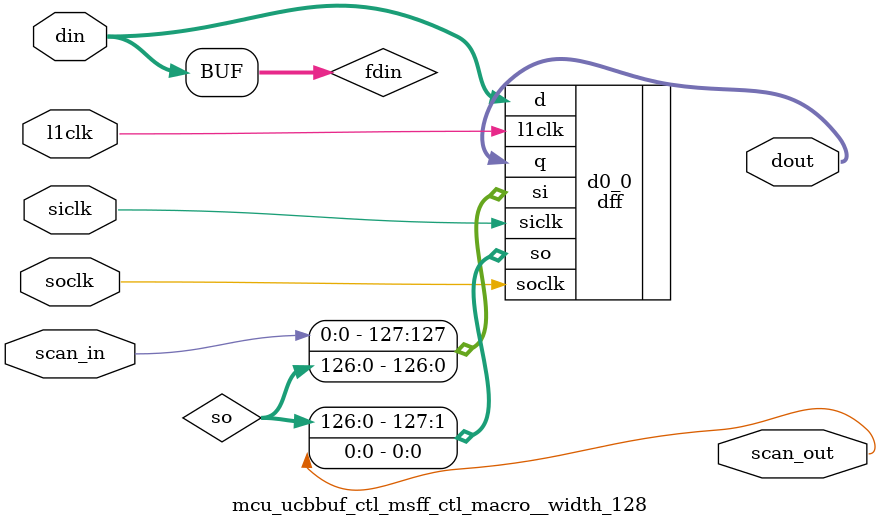
<source format=v>
`define DRIF_MCU_STATE_00  5'd0
`define DRIF_MCU_STATE_01  5'd1
`define DRIF_MCU_STATE_02  5'd2
`define DRIF_MCU_STATE_03  5'd3
`define DRIF_MCU_STATE_04  5'd4
`define DRIF_MCU_STATE_05  5'd5
`define DRIF_MCU_STATE_06  5'd6
`define DRIF_MCU_STATE_07  5'd7
`define DRIF_MCU_STATE_08  5'd8
`define DRIF_MCU_STATE_09  5'd9
`define DRIF_MCU_STATE_10  5'd10
`define DRIF_MCU_STATE_11  5'd11
`define DRIF_MCU_STATE_12  5'd12
`define DRIF_MCU_STATE_13  5'd13
`define DRIF_MCU_STATE_14  5'd14
`define DRIF_MCU_STATE_15  5'd15
`define DRIF_MCU_STATE_16  5'd16
`define DRIF_MCU_STATE_17  5'd17
`define DRIF_MCU_STATE_18  5'd18
`define DRIF_MCU_STATE_19  5'd19
`define DRIF_MCU_STATE_20  5'd20
`define DRIF_MCU_STATE_21  5'd21
`define DRIF_MCU_STATE_22  5'd22
`define DRIF_MCU_STATE_23  5'd23
`define DRIF_MCU_STATE_24  5'd24
`define DRIF_MCU_STATE_25  5'd25
`define DRIF_MCU_STATE_26  5'd26

`define DRIF_MCU_STATE_MAX 4
`define DRIF_MCU_STATE_WIDTH 5

`define UCB_READ_NACK        4'b0000    // ack/nack types
`define UCB_READ_ACK         4'b0001
`define UCB_WRITE_ACK        4'b0010
`define UCB_IFILL_ACK        4'b0011
`define UCB_IFILL_NACK       4'b0111

`define UCB_READ_REQ         4'b0100    // req types
`define UCB_WRITE_REQ        4'b0101
`define UCB_IFILL_REQ        4'b0110

`define UCB_INT              4'b1000    // plain interrupt
`define UCB_INT_VEC          4'b1100    // interrupt with vector
`define UCB_RESET_VEC        4'b1101    // reset with vector
`define UCB_IDLE_VEC         4'b1110    // idle with vector
`define UCB_RESUME_VEC       4'b1111    // resume with vector


//
// UCB Data Packet Format
// ======================
//
`define UCB_NOPAY_PKT_WIDTH   64        // packet without payload
`define UCB_64PAY_PKT_WIDTH  128        // packet with 64 bit payload
`define UCB_128PAY_PKT_WIDTH 192        // packet with 128 bit payload

`define UCB_DATA_EXT_HI      191        // (64) extended data
`define UCB_DATA_EXT_LO      128
`define UCB_DATA_HI          127        // (64) data
`define UCB_DATA_LO           64
`define UCB_RSV_HI            63        // (9) reserved bits
`define UCB_RSV_LO            55
`define UCB_ADDR_HI           54        // (40) bit address
`define UCB_ADDR_LO           15
`define UCB_SIZE_HI           14        // (3) request size
`define UCB_SIZE_LO           12
`define UCB_BUF_HI            11        // (2) buffer ID
`define UCB_BUF_LO            10
`define UCB_THR_HI             9        // (6) cpu/thread ID
`define UCB_THR_LO             4
`define UCB_PKT_HI             3        // (4) packet type
`define UCB_PKT_LO             0

`define UCB_DATA_EXT_WIDTH    64
`define UCB_DATA_WIDTH        64
`define UCB_RSV_WIDTH          9
`define UCB_ADDR_WIDTH        40 
`define UCB_SIZE_WIDTH         3
`define UCB_BUF_WIDTH          2
`define UCB_THR_WIDTH          6
`define UCB_PKT_WIDTH          4

// Size encoding for the UCB_SIZE_HI/LO field
// 000 - byte
// 001 - half-word
// 010 - word
// 011 - double-word
`define UCB_SIZE_1B          3'b000
`define UCB_SIZE_2B          3'b001
`define UCB_SIZE_4B          3'b010
`define UCB_SIZE_8B          3'b011
`define UCB_SIZE_16B         3'b100


//
// UCB Interrupt Packet Format
// ===========================
//
`define UCB_INT_PKT_WIDTH     64

`define UCB_INT_RSV_HI        63        // (7) reserved bits
`define UCB_INT_RSV_LO        57
`define UCB_INT_VEC_HI        56        // (6) interrupt vector
`define UCB_INT_VEC_LO        51
`define UCB_INT_STAT_HI       50        // (32) interrupt status
`define UCB_INT_STAT_LO       19
`define UCB_INT_DEV_HI        18        // (9) device ID
`define UCB_INT_DEV_LO        10
//`define UCB_THR_HI             9      // (6) cpu/thread ID shared with
//`define UCB_THR_LO             4             data packet format
//`define UCB_PKT_HI             3      // (4) packet type shared with
//`define UCB_PKT_LO             0      //     data packet format

`define UCB_INT_RSV_WIDTH      7
`define UCB_INT_VEC_WIDTH      6
`define UCB_INT_STAT_WIDTH    32
`define UCB_INT_DEV_WIDTH      9


`define MCU_CAS_BIT2_SEL_PA10 4'h1
`define MCU_CAS_BIT2_SEL_PA32 4'h2
`define MCU_CAS_BIT2_SEL_PA33 4'h4
`define MCU_CAS_BIT2_SEL_PA34 4'h8

`define MCU_CAS_BIT3_SEL_PA11 4'h1
`define MCU_CAS_BIT3_SEL_PA33 4'h2
`define MCU_CAS_BIT3_SEL_PA34 4'h4
`define MCU_CAS_BIT3_SEL_PA35 4'h8

`define MCU_CAS_BIT4_SEL_PA12 3'h1
`define MCU_CAS_BIT4_SEL_PA35 3'h2
`define MCU_CAS_BIT4_SEL_PA36 3'h4

`define MCU_DIMMHI_SEL_ZERO 6'h01
`define MCU_DIMMHI_SEL_PA32 6'h02
`define MCU_DIMMHI_SEL_PA33 6'h04
`define MCU_DIMMHI_SEL_PA34 6'h08
`define MCU_DIMMHI_SEL_PA35 6'h10
`define MCU_DIMMHI_SEL_PA36 6'h20

`define MCU_DIMMLO_SEL_ZERO 4'h1
`define MCU_DIMMLO_SEL_PA10 4'h2
`define MCU_DIMMLO_SEL_PA11 4'h4
`define MCU_DIMMLO_SEL_PA12 4'h8

`define MCU_RANK_SEL_ZERO 7'h01
`define MCU_RANK_SEL_PA32 7'h02
`define MCU_RANK_SEL_PA33 7'h04
`define MCU_RANK_SEL_PA34 7'h08
`define MCU_RANK_SEL_PA35 7'h10
`define MCU_RANK_SEL_PA10 7'h20
`define MCU_RANK_SEL_PA11 7'h40

`define MCU_ADDR_ERR_SEL_39_32 6'h01
`define MCU_ADDR_ERR_SEL_39_33 6'h02
`define MCU_ADDR_ERR_SEL_39_34 6'h04
`define MCU_ADDR_ERR_SEL_39_35 6'h08
`define MCU_ADDR_ERR_SEL_39_36 6'h10
`define MCU_ADDR_ERR_SEL_39_37 6'h20

`define DRIF_ERR_IDLE 0
`define DRIF_ERR_IDLE_ST 5'h1
`define DRIF_ERR_READ0 1
`define DRIF_ERR_READ0_ST 5'h2
`define DRIF_ERR_WRITE 2
`define DRIF_ERR_WRITE_ST 5'h4
`define DRIF_ERR_READ1 3
`define DRIF_ERR_READ1_ST 5'h8
`define DRIF_ERR_CRC_FR 4
`define DRIF_ERR_CRC_FR_ST 5'h10

`define MCU_WDQ_RF_DATA_WIDTH 72
`define MCU_WDQ_RF_ADDR_WIDTH 5
`define MCU_WDQ_RF_DEPTH 32

// FBDIMM header defines
`define FBD_TS0_HDR 12'hbfe
`define FBD_TS1_HDR 12'hffe
`define FBD_TS2_HDR 12'h7fe
`define FBD_TS3_HDR 12'h3fe

// MCU FBDIMM Channel commands
`define FBD_DRAM_CMD_NOP 3'h0
`define FBD_DRAM_CMD_OTHER 3'h1
`define FBD_DRAM_CMD_RD  3'h2
`define FBD_DRAM_CMD_WR  3'h3
`define FBD_DRAM_CMD_ACT 3'h4
`define FBD_DRAM_CMD_WDATA 3'h5

`define FBD_DRAM_CMD_OTHER_REF 3'h5
`define FBD_DRAM_CMD_OTHER_SRE 3'h4
`define FBD_DRAM_CMD_OTHER_PDE 3'h2
`define FBD_DRAM_CMD_OTHER_SRPDX 3'h3

`define FBD_CHNL_CMD_NOP   2'h0
`define FBD_CHNL_CMD_SYNC  2'h1
`define FBD_CHNL_CMD_SCRST 2'h2

`define FBDIC_ERR_IDLE_ST 7'h01
`define FBDIC_ERR_IDLE 0

`define FBDIC_ERR_STS_ST 7'h02
`define FBDIC_ERR_STS 1

`define FBDIC_ERR_SCRST_ST 7'h04
`define FBDIC_ERR_SCRST 2

`define FBDIC_ERR_SCRST_STS_ST 7'h08
`define FBDIC_ERR_SCRST_STS 3

`define FBDIC_ERR_STS2_ST 7'h10
`define FBDIC_ERR_STS2 4

`define FBDIC_ERR_FASTRST_ST 7'h20
`define FBDIC_ERR_FASTRST 5

`define FBDIC_ERR_FASTRST_STS_ST 7'h40
`define FBDIC_ERR_FASTRST_STS 6


// IBIST DEFINITION

`define L_2_0  12'h555
`define L_2_1  12'h555
`define L_4_0  12'h333
`define L_4_1  12'h333
`define L_6_0  12'h1c7
`define L_6_1  12'h1c7
`define L_8_0  12'h0f0
`define L_8_1  12'hf0f
`define L_24_0 12'h000
`define L_24_1 12'hfff

`define idle            4'h0

`define error_0         4'h1
`define error_1         4'h2

`define start1_0        4'h3
`define start1_1        4'h4
`define start2_0        4'h5
`define start2_1        4'h6

`define pat1_0          4'h7
`define pat1_1          4'h8

`define clkpat_0        4'h9
`define clkpat_1        4'ha

`define const_0         4'hb
`define const_1         4'hc

`define stop1_0         4'h1
`define stop1_1         4'h2

`define stop2_0         4'hd
`define stop2_1         4'he
`define error           4'hf

`define IBTX_STATE_IDLE 0
`define IBTX_STATE_PATT 1
`define IBTX_STATE_MODN 2
`define IBTX_STATE_CONST 3

`define IBRX_STATE_IDLE 0
`define IBRX_STATE_PATT 1
`define IBRX_STATE_MODN 2
`define IBRX_STATE_CONST 3



////////////////////////////////////////////////////////////////////////
// Local header file includes / local defines
////////////////////////////////////////////////////////////////////////
`define         UCB_BUF_DEPTH   2
//`define         UCB_BUF_WIDTH   64+(`UCB_ADDR_HI-`UCB_ADDR_LO+1)+(`UCB_SIZE_HI-`UCB_SIZE_LO+1)+(`UCB_BUF_HI-`UCB_BUF_LO+1)+(`UCB_THR_HI-`UCB_THR_LO+1)+1+1
`define 	UCB_BUF_WIDTH  	117

module mcu_ucbbuf_ctl (
  iob_ucb_vld, 
  iob_ucb_data, 
  ucb_iob_stall, 
  rd_req_vld, 
  wr_req_vld, 
  thr_id_in, 
  buf_id_in, 
  size_in, 
  addr_in, 
  data_in, 
  req_acpted, 
  rd_ack_vld, 
  rd_nack_vld, 
  thr_id_out, 
  buf_id_out, 
  data128, 
  data_out, 
  ack_busy, 
  int_vld, 
  int_typ, 
  int_thr_id, 
  dev_id, 
  int_stat, 
  int_vec, 
  int_busy, 
  ucb_iob_vld, 
  ucb_iob_data, 
  iob_ucb_stall, 
  l1clk, 
  scan_in, 
  scan_out, 
  tcu_aclk, 
  tcu_bclk, 
  tcu_scan_en);
wire siclk;
wire soclk;
wire se;
wire ucbin_scanin;
wire ucbin_scanout;
wire [0:0] inv_buf_head_next;
wire [0:0] inv_buf_head;
wire buf_head_ff_scanin;
wire buf_head_ff_scanout;
wire [0:0] inv_buf_tail_next;
wire [0:0] inv_buf_tail;
wire buf_tail_ff_scanin;
wire buf_tail_ff_scanout;
wire buf_full_en;
wire buf_full_ff_scanin;
wire buf_full_ff_scanout;
wire buf_empty_en;
wire inv_buf_empty_next;
wire inv_buf_empty;
wire buf_empty_ff_scanin;
wire buf_empty_ff_scanout;
wire buf0_ff_scanin;
wire buf0_ff_scanout;
wire buf1_ff_scanin;
wire buf1_ff_scanout;
wire ack_buf_vld_ff_scanin;
wire ack_buf_vld_ff_scanout;
wire ack_buf_is_nack_ff_scanin;
wire ack_buf_is_nack_ff_scanout;
wire ack_buf_is_data128_ff_scanin;
wire ack_buf_is_data128_ff_scanout;
wire ack_buf_ff_scanin;
wire ack_buf_ff_scanout;
wire int_buf_vld_ff_scanin;
wire int_buf_vld_ff_scanout;
wire int_buf_ff_scanin;
wire int_buf_ff_scanout;
wire int_last_rd_en;
wire int_last_rd_ff_scanin;
wire int_last_rd_ff_scanout;
wire ucbout_scanin;
wire ucbout_scanout;

   
//   parameter IOB_UCB_WIDTH = 4;  // data bus width from IOB to UCB
//   parameter UCB_IOB_WIDTH = 4;   // data bus width from UCB to IOB
//   parameter REG_WIDTH     = 64;  // please do not change this parameter
   

// Request from NCU
input 					iob_ucb_vld;
input [3:0] 				iob_ucb_data;
output 					ucb_iob_stall;

// Request to local unit
output 					rd_req_vld;
output 					wr_req_vld;
output [`UCB_THR_HI-`UCB_THR_LO:0]   	thr_id_in;
output [`UCB_BUF_HI-`UCB_BUF_LO:0]   	buf_id_in;
output [`UCB_SIZE_HI-`UCB_SIZE_LO:0] 	size_in;   // only pertinent to PCI
output [`UCB_ADDR_HI-`UCB_ADDR_LO:0] 	addr_in;
output [`UCB_DATA_HI-`UCB_DATA_LO:0] 	data_in;
input 					req_acpted;

// Ack/Nack from local unit
input 					rd_ack_vld;
input 					rd_nack_vld;
input [`UCB_THR_HI-`UCB_THR_LO:0] 	thr_id_out;
input [`UCB_BUF_HI-`UCB_BUF_LO:0] 	buf_id_out;
input 					data128;   // set to 1 if data returned is 128 bit
input [63:0] 				data_out;
output 					ack_busy;

// Interrupt from local unit
input 					int_vld;
input [`UCB_PKT_HI-`UCB_PKT_LO:0] 	int_typ;          // interrupt type
input [`UCB_THR_HI-`UCB_THR_LO:0] 	int_thr_id;       // interrupt thread ID
input [`UCB_INT_DEV_HI-`UCB_INT_DEV_LO:0] dev_id;      // interrupt device ID
input [`UCB_INT_STAT_HI-`UCB_INT_STAT_LO:0] int_stat;  // interrupt status
input [`UCB_INT_VEC_HI-`UCB_INT_VEC_LO:0]   int_vec;   // interrupt vector
output 					int_busy;

// Output to IO Bridge
output 					ucb_iob_vld;
output [3:0] 				ucb_iob_data;
input 					iob_ucb_stall;

// Globals
input					l1clk;		
input 					scan_in;
output					scan_out;
input 					tcu_aclk;
input					tcu_bclk;
input					tcu_scan_en;

// Local signals
wire                                 	indata_buf_vld;
wire [127:0]                         	indata_buf;
wire                                 	ucb_iob_stall_a1;

wire                                 	read_pending;
wire                                 	write_pending;
wire                                 	illegal_write_size;

wire 					rd_buf;
wire [1:0] 				buf_head_next;
wire [1:0] 				buf_head;
wire 					wr_buf;
wire [1:0] 				buf_tail_next;
wire [1:0] 				buf_tail;
wire 					buf_full_next;
wire 					buf_full;
wire 					buf_empty_next;
wire 					buf_empty;
wire [116:0] 				req_in;
wire 					buf0_en;
wire [116:0] 				buf0;
wire 					buf1_en;
wire [116:0] 				buf1;
wire [116:0] 				req_out;
wire 					rd_req_vld_nq;
wire 					wr_req_vld_nq;

wire                                 	ack_buf_rd;
wire                                 	ack_buf_wr;
wire                                 	ack_buf_vld;
wire                                 	ack_buf_vld_next;
wire                                 	ack_buf_is_nack;
wire                                 	ack_buf_is_data128;
wire [3:0]     				ack_typ_out;
wire [75:0] 				ack_buf_in;
wire [75:0] 				ack_buf;
wire [31:0] 				ack_buf_vec;

wire                                 	int_buf_rd;
wire                                 	int_buf_wr;
wire                                 	int_buf_vld;
wire                                 	int_buf_vld_next;
wire [56:0] 				int_buf_in;
wire [56:0] 				int_buf;
wire [31:0] 				int_buf_vec;

wire                                 	int_last_rd;
wire                                 	outdata_buf_busy;
wire                                 	outdata_buf_wr;
wire [127:0]                		outdata_buf_in;
wire [31:0] 				outdata_vec_in;


////////////////////////////////////////////////////////////////////////
// Code starts here
////////////////////////////////////////////////////////////////////////

// Scan reassigns
assign siclk = tcu_aclk;
assign soclk = tcu_bclk;
assign se = tcu_scan_en;

/************************************************************
 * Inbound Data
 ************************************************************/
// Register size is hardcoded to 64 bits here because all
// units using the UCB module will only write to 64 bit registers.
mcu_ucbin_ctl ucbin (
	.scan_in(ucbin_scanin),
	.scan_out(ucbin_scanout),
	.l1clk(l1clk),
	.vld(iob_ucb_vld),
	.data(iob_ucb_data),
	.stall(ucb_iob_stall),
	.indata_buf_vld(indata_buf_vld),
	.indata_buf(indata_buf),
	.stall_a1(ucb_iob_stall_a1),
  .tcu_aclk(tcu_aclk),
  .tcu_bclk(tcu_bclk),
  .tcu_scan_en(tcu_scan_en));


/************************************************************
 * Decode inbound packet type
 ************************************************************/
assign 	 read_pending = (indata_buf[`UCB_PKT_HI:`UCB_PKT_LO] == `UCB_READ_REQ) & indata_buf_vld;

assign 	 write_pending = (indata_buf[`UCB_PKT_HI:`UCB_PKT_LO] == 
				  `UCB_WRITE_REQ) &
     	                  indata_buf_vld;

// 3'b011 is the encoding for double word.  All writes have to be
// 64 bits except writes going to PCI.  PCI will instantiate a
// customized version of UCB.
assign 	 illegal_write_size = (indata_buf[`UCB_SIZE_HI:`UCB_SIZE_LO] !=
				       3'b011);

assign 	 ucb_iob_stall_a1 = (read_pending | write_pending) & buf_full;


/************************************************************
 * Inbound buffer
 ************************************************************/
// Head pointer
assign 	 rd_buf = req_acpted;
assign 	 buf_head_next = rd_buf ? {buf_head[0],
				           buf_head[1]} :
	                                  buf_head;

assign inv_buf_head_next[0] = ~buf_head_next[0];
assign buf_head[0] = ~inv_buf_head[0];

mcu_ucbbuf_ctl_msff_ctl_macro__width_2 buf_head_ff  (
	.scan_in(buf_head_ff_scanin),
	.scan_out(buf_head_ff_scanout),
	.din({buf_head_next[1],inv_buf_head_next[0]}),
	.l1clk(l1clk),
	.dout({buf_head[1],inv_buf_head[0]}),
  .siclk(siclk),
  .soclk(soclk));

// Tail pointer
assign 	 wr_buf = (read_pending |
		           (write_pending & ~illegal_write_size)) &
			  ~buf_full;
assign 	 buf_tail_next = wr_buf ? {buf_tail[0],
				           buf_tail[1]} :
	                                  buf_tail;

assign inv_buf_tail_next[0] = ~buf_tail_next[0];
assign buf_tail[0] = ~inv_buf_tail[0];

mcu_ucbbuf_ctl_msff_ctl_macro__width_2 buf_tail_ff  (
	.scan_in(buf_tail_ff_scanin),
	.scan_out(buf_tail_ff_scanout),
	.din({buf_tail_next[1],inv_buf_tail_next[0]}),
	.l1clk(l1clk),
	.dout({buf_tail[1],inv_buf_tail[0]}),
  .siclk(siclk),
  .soclk(soclk));

// Buffer full
assign 	buf_full_next = (buf_head_next == buf_tail_next) & wr_buf;
assign 	buf_full_en = rd_buf|wr_buf;
mcu_ucbbuf_ctl_msff_ctl_macro__en_1__width_1 buf_full_ff  (.din(buf_full_next),
	.scan_in(buf_full_ff_scanin),
	.scan_out(buf_full_ff_scanout),
	.en(buf_full_en),
	.l1clk(l1clk),
	.dout(buf_full),
  .siclk(siclk),
  .soclk(soclk));

// Buffer empty
assign 	buf_empty_next = ((buf_head_next == buf_tail_next) & rd_buf);

assign 	buf_empty_en = rd_buf | wr_buf;

assign 	inv_buf_empty_next = ~buf_empty_next;
assign 	buf_empty = ~inv_buf_empty;

mcu_ucbbuf_ctl_msff_ctl_macro__en_1__width_1 buf_empty_ff  (
	.scan_in(buf_empty_ff_scanin),
	.scan_out(buf_empty_ff_scanout),
	.din(inv_buf_empty_next),
	.en(buf_empty_en), 
	.l1clk(l1clk),
	.dout(inv_buf_empty),
  .siclk(siclk),
  .soclk(soclk));


assign 	 req_in = {indata_buf[`UCB_DATA_HI:`UCB_DATA_LO],
			   indata_buf[`UCB_ADDR_HI:`UCB_ADDR_LO],
			   indata_buf[`UCB_SIZE_HI:`UCB_SIZE_LO],
			   indata_buf[`UCB_BUF_HI:`UCB_BUF_LO],
			   indata_buf[`UCB_THR_HI:`UCB_THR_LO],
			   write_pending & ~illegal_write_size,
			   read_pending};
	  
// Buffer 0
assign 	 buf0_en = buf_tail[0] & wr_buf;
mcu_ucbbuf_ctl_msff_ctl_macro__en_1__width_117 buf0_ff  (
	.scan_in(buf0_ff_scanin),
	.scan_out(buf0_ff_scanout),
	.din(req_in),
	.en(buf0_en),
	.l1clk(l1clk),
	.dout(buf0),
  .siclk(siclk),
  .soclk(soclk));
// Buffer 1
assign 	 buf1_en = buf_tail[1] & wr_buf;
mcu_ucbbuf_ctl_msff_ctl_macro__en_1__width_117 buf1_ff  (
	.scan_in(buf1_ff_scanin),
	.scan_out(buf1_ff_scanout),
	.din(req_in),
	.en(buf1_en),
	.l1clk(l1clk),
	.dout(buf1),
  .siclk(siclk),
  .soclk(soclk));

assign 	 req_out = buf_head[0] ? buf0 :
	                   buf_head[1] ? buf1 : {`UCB_BUF_WIDTH{1'b0}};


/************************************************************
 * Inbound interface to local unit
 ************************************************************/
assign 	 {data_in,
		  addr_in,
		  size_in,
		  buf_id_in,
		  thr_id_in,
		  wr_req_vld_nq,
		  rd_req_vld_nq} = req_out;

assign 	 rd_req_vld = rd_req_vld_nq & ~buf_empty;
assign 	 wr_req_vld = wr_req_vld_nq & ~buf_empty;

	  
/************************************************************
 * Outbound Ack/Nack
 ************************************************************/
assign        ack_buf_wr = rd_ack_vld | rd_nack_vld;

assign        ack_buf_vld_next = ack_buf_wr ? 1'b1 :
                                 ack_buf_rd ? 1'b0 :
                                              ack_buf_vld;

mcu_ucbbuf_ctl_msff_ctl_macro__width_1 ack_buf_vld_ff  (
	.scan_in(ack_buf_vld_ff_scanin),
	.scan_out(ack_buf_vld_ff_scanout),
	.din(ack_buf_vld_next),
	.l1clk(l1clk),
	.dout(ack_buf_vld),
  .siclk(siclk),
  .soclk(soclk));

mcu_ucbbuf_ctl_msff_ctl_macro__en_1 ack_buf_is_nack_ff  (
	.scan_in(ack_buf_is_nack_ff_scanin),
	.scan_out(ack_buf_is_nack_ff_scanout),
	.din(rd_nack_vld),
	.en(ack_buf_wr),
	.l1clk(l1clk),
	.dout(ack_buf_is_nack),
  .siclk(siclk),
  .soclk(soclk));

mcu_ucbbuf_ctl_msff_ctl_macro__en_1 ack_buf_is_data128_ff  (
	.scan_in(ack_buf_is_data128_ff_scanin),
	.scan_out(ack_buf_is_data128_ff_scanout),
	.din(data128),
	.en(ack_buf_wr),
	.l1clk(l1clk),
	.dout(ack_buf_is_data128),
  .siclk(siclk),
  .soclk(soclk));

assign        ack_typ_out = rd_ack_vld ? `UCB_READ_ACK:
                                         `UCB_READ_NACK;

assign        ack_buf_in = {data_out,
                            buf_id_out,
                            thr_id_out,
                            ack_typ_out};

//   msff_ctl_macro ack_buf_ff (width=REG_WIDTH+`UCB_BUF_HI-`UCB_PKT_LO+1,en=1) (.din(ack_buf_in),
// 64+11-10+1
mcu_ucbbuf_ctl_msff_ctl_macro__en_1__width_76 ack_buf_ff  (
	.scan_in(ack_buf_ff_scanin),
	.scan_out(ack_buf_ff_scanout),
	.din(ack_buf_in),
	.en(ack_buf_wr),
	.l1clk(l1clk),
	.dout(ack_buf),
  .siclk(siclk),
  .soclk(soclk));

assign        ack_buf_vec = ack_buf_is_nack    ? {{16{1'b0}},
                                                  {16{1'b1}}} :
                            ack_buf_is_data128 ? {32{1'b1}} :
                                                 {32{1'b1}};

assign        ack_busy = ack_buf_vld;


/************************************************************
 * Outbound Interrupt
 ************************************************************/
// Assertion: int_buf_wr shoudn't be asserted if int_buf_busy
assign        int_buf_wr = int_vld;

assign        int_buf_vld_next = int_buf_wr ? 1'b1 :
                                 int_buf_rd ? 1'b0 : int_buf_vld;

mcu_ucbbuf_ctl_msff_ctl_macro__width_1 int_buf_vld_ff  (
	.scan_in(int_buf_vld_ff_scanin),
	.scan_out(int_buf_vld_ff_scanout),
	.din(int_buf_vld_next),
	.l1clk(l1clk),
	.dout(int_buf_vld),
  .siclk(siclk),
  .soclk(soclk));

assign        int_buf_in = {int_vec, int_stat, dev_id, int_thr_id, int_typ};

 //  msff_ctl_macro int_buf_ff (width=`UCB_INT_VEC_HI-`UCB_PKT_LO+1,en=1) (.din(int_buf_in),
mcu_ucbbuf_ctl_msff_ctl_macro__en_1__width_57 int_buf_ff  (
	.scan_in(int_buf_ff_scanin),
	.scan_out(int_buf_ff_scanout),
	.din(int_buf_in),
	.en(int_buf_wr),
	.l1clk(l1clk),
	.dout(int_buf),
  .siclk(siclk),
  .soclk(soclk));

assign        int_buf_vec = {{16{1'b0}}, {16{1'b1}}};

assign        int_busy = int_buf_vld;


/************************************************************
 * Outbound ack/interrupt Arbitration
 ************************************************************/
assign int_last_rd_en = ack_buf_rd|int_buf_rd;
mcu_ucbbuf_ctl_msff_ctl_macro__en_1__width_1 int_last_rd_ff  (
	.scan_in(int_last_rd_ff_scanin),
	.scan_out(int_last_rd_ff_scanout),
	.din(int_buf_rd),
	.en(int_last_rd_en),
	.l1clk(l1clk),
	.dout(int_last_rd),
  .siclk(siclk),
  .soclk(soclk));
                        
assign        ack_buf_rd = ~outdata_buf_busy & ack_buf_vld &
                           (~int_buf_vld | int_last_rd);

assign        int_buf_rd = ~outdata_buf_busy & int_buf_vld &
                           (~ack_buf_vld | ~int_last_rd);

assign        outdata_buf_wr = ack_buf_rd | int_buf_rd;

assign        outdata_buf_in = ack_buf_rd ? {ack_buf[75:12],
                                             {9{1'b0}},
                                             {40{1'b0}},
                                             {3{1'b0}},
                                             ack_buf[`UCB_BUF_HI:`UCB_BUF_LO],
                                             ack_buf[`UCB_THR_HI:`UCB_THR_LO],
                                             ack_buf[`UCB_PKT_HI:`UCB_PKT_LO]}:
                                            {{64{1'b0}},
                                             {7{1'b0}},
                                             int_buf[`UCB_INT_VEC_HI:`UCB_INT_VEC_LO],
                                             int_buf[`UCB_INT_STAT_HI:`UCB_INT_STAT_LO],
                                             int_buf[`UCB_INT_DEV_HI:`UCB_INT_DEV_LO],
                                             int_buf[`UCB_THR_HI:`UCB_THR_LO],
                                             int_buf[`UCB_PKT_HI:`UCB_PKT_LO]};

assign        outdata_vec_in = ack_buf_rd ? ack_buf_vec :
                                            int_buf_vec;

mcu_ucbout_ctl ucbout (
	.scan_in(ucbout_scanin),
	.scan_out(ucbout_scanout),
	.l1clk(l1clk),
	.outdata_buf_wr(outdata_buf_wr),
	.outdata_buf_in(outdata_buf_in),
	.outdata_vec_in(outdata_vec_in),
	.outdata_buf_busy(outdata_buf_busy),
	.vld(ucb_iob_vld),
	.data(ucb_iob_data),
	.stall(iob_ucb_stall),
  .tcu_aclk(tcu_aclk),
  .tcu_bclk(tcu_bclk),
  .tcu_scan_en(tcu_scan_en));

	  
// fixscan start:
assign ucbin_scanin              = scan_in                  ;
assign buf_head_ff_scanin        = ucbin_scanout            ;
assign buf_tail_ff_scanin        = buf_head_ff_scanout      ;
assign buf_full_ff_scanin        = buf_tail_ff_scanout      ;
assign buf_empty_ff_scanin       = buf_full_ff_scanout      ;
assign buf0_ff_scanin            = buf_empty_ff_scanout     ;
assign buf1_ff_scanin            = buf0_ff_scanout          ;
assign ack_buf_vld_ff_scanin     = buf1_ff_scanout          ;
assign ack_buf_is_nack_ff_scanin = ack_buf_vld_ff_scanout   ;
assign ack_buf_is_data128_ff_scanin = ack_buf_is_nack_ff_scanout;
assign ack_buf_ff_scanin         = ack_buf_is_data128_ff_scanout;
assign int_buf_vld_ff_scanin     = ack_buf_ff_scanout       ;
assign int_buf_ff_scanin         = int_buf_vld_ff_scanout   ;
assign int_last_rd_ff_scanin     = int_buf_ff_scanout       ;
assign ucbout_scanin             = int_last_rd_ff_scanout   ;
assign scan_out                  = ucbout_scanout           ;
// fixscan end:
endmodule





// any PARAMS parms go into naming of macro

module mcu_ucbbuf_ctl_msff_ctl_macro__en_1__width_1 (
  din, 
  en, 
  l1clk, 
  scan_in, 
  siclk, 
  soclk, 
  dout, 
  scan_out);
wire [0:0] fdin;

  input [0:0] din;
  input en;
  input l1clk;
  input scan_in;


  input siclk;
  input soclk;

  output [0:0] dout;
  output scan_out;
assign fdin[0:0] = (din[0:0] & {1{en}}) | (dout[0:0] & ~{1{en}});






dff /*#(1)*/  d0_0 (
.l1clk(l1clk),
.siclk(siclk),
.soclk(soclk),
.d(fdin[0:0]),
.si(scan_in),
.so(scan_out),
.q(dout[0:0])
);












endmodule













// any PARAMS parms go into naming of macro

module mcu_ucbbuf_ctl_msff_ctl_macro__en_1__width_4 (
  din, 
  en, 
  l1clk, 
  scan_in, 
  siclk, 
  soclk, 
  dout, 
  scan_out);
wire [3:0] fdin;
wire [2:0] so;

  input [3:0] din;
  input en;
  input l1clk;
  input scan_in;


  input siclk;
  input soclk;

  output [3:0] dout;
  output scan_out;
assign fdin[3:0] = (din[3:0] & {4{en}}) | (dout[3:0] & ~{4{en}});






dff /*#(4)*/  d0_0 (
.l1clk(l1clk),
.siclk(siclk),
.soclk(soclk),
.d(fdin[3:0]),
.si({scan_in,so[2:0]}),
.so({so[2:0],scan_out}),
.q(dout[3:0])
);












endmodule













// any PARAMS parms go into naming of macro

module mcu_ucbbuf_ctl_msff_ctl_macro__width_1 (
  din, 
  l1clk, 
  scan_in, 
  siclk, 
  soclk, 
  dout, 
  scan_out);
wire [0:0] fdin;

  input [0:0] din;
  input l1clk;
  input scan_in;


  input siclk;
  input soclk;

  output [0:0] dout;
  output scan_out;
assign fdin[0:0] = din[0:0];






dff /*#(1)*/  d0_0 (
.l1clk(l1clk),
.siclk(siclk),
.soclk(soclk),
.d(fdin[0:0]),
.si(scan_in),
.so(scan_out),
.q(dout[0:0])
);












endmodule













// any PARAMS parms go into naming of macro

module mcu_ucbbuf_ctl_msff_ctl_macro__en_1 (
  din, 
  en, 
  l1clk, 
  scan_in, 
  siclk, 
  soclk, 
  dout, 
  scan_out);
wire [0:0] fdin;

  input [0:0] din;
  input en;
  input l1clk;
  input scan_in;


  input siclk;
  input soclk;

  output [0:0] dout;
  output scan_out;
assign fdin[0:0] = (din[0:0] & {1{en}}) | (dout[0:0] & ~{1{en}});






dff /*#(1)*/  d0_0 (
.l1clk(l1clk),
.siclk(siclk),
.soclk(soclk),
.d(fdin[0:0]),
.si(scan_in),
.so(scan_out),
.q(dout[0:0])
);












endmodule













// any PARAMS parms go into naming of macro

module mcu_ucbbuf_ctl_msff_ctl_macro__en_1__width_32 (
  din, 
  en, 
  l1clk, 
  scan_in, 
  siclk, 
  soclk, 
  dout, 
  scan_out);
wire [31:0] fdin;
wire [30:0] so;

  input [31:0] din;
  input en;
  input l1clk;
  input scan_in;


  input siclk;
  input soclk;

  output [31:0] dout;
  output scan_out;
assign fdin[31:0] = (din[31:0] & {32{en}}) | (dout[31:0] & ~{32{en}});






dff /*#(32)*/  d0_0 (
.l1clk(l1clk),
.siclk(siclk),
.soclk(soclk),
.d(fdin[31:0]),
.si({scan_in,so[30:0]}),
.so({so[30:0],scan_out}),
.q(dout[31:0])
);












endmodule













// any PARAMS parms go into naming of macro

module mcu_ucbbuf_ctl_msff_ctl_macro__en_1__width_128 (
  din, 
  en, 
  l1clk, 
  scan_in, 
  siclk, 
  soclk, 
  dout, 
  scan_out);
wire [127:0] fdin;
wire [126:0] so;

  input [127:0] din;
  input en;
  input l1clk;
  input scan_in;


  input siclk;
  input soclk;

  output [127:0] dout;
  output scan_out;
assign fdin[127:0] = (din[127:0] & {128{en}}) | (dout[127:0] & ~{128{en}});






dff /*#(128)*/  d0_0 (
.l1clk(l1clk),
.siclk(siclk),
.soclk(soclk),
.d(fdin[127:0]),
.si({scan_in,so[126:0]}),
.so({so[126:0],scan_out}),
.q(dout[127:0])
);












endmodule













// any PARAMS parms go into naming of macro

module mcu_ucbbuf_ctl_msff_ctl_macro__width_2 (
  din, 
  l1clk, 
  scan_in, 
  siclk, 
  soclk, 
  dout, 
  scan_out);
wire [1:0] fdin;
wire [0:0] so;

  input [1:0] din;
  input l1clk;
  input scan_in;


  input siclk;
  input soclk;

  output [1:0] dout;
  output scan_out;
assign fdin[1:0] = din[1:0];






dff /*#(2)*/  d0_0 (
.l1clk(l1clk),
.siclk(siclk),
.soclk(soclk),
.d(fdin[1:0]),
.si({scan_in,so[0:0]}),
.so({so[0:0],scan_out}),
.q(dout[1:0])
);












endmodule













// any PARAMS parms go into naming of macro

module mcu_ucbbuf_ctl_msff_ctl_macro__en_1__width_117 (
  din, 
  en, 
  l1clk, 
  scan_in, 
  siclk, 
  soclk, 
  dout, 
  scan_out);
wire [116:0] fdin;
wire [115:0] so;

  input [116:0] din;
  input en;
  input l1clk;
  input scan_in;


  input siclk;
  input soclk;

  output [116:0] dout;
  output scan_out;
assign fdin[116:0] = (din[116:0] & {117{en}}) | (dout[116:0] & ~{117{en}});






dff /*#(117)*/  d0_0 (
.l1clk(l1clk),
.siclk(siclk),
.soclk(soclk),
.d(fdin[116:0]),
.si({scan_in,so[115:0]}),
.so({so[115:0],scan_out}),
.q(dout[116:0])
);












endmodule













// any PARAMS parms go into naming of macro

module mcu_ucbbuf_ctl_msff_ctl_macro__en_1__width_76 (
  din, 
  en, 
  l1clk, 
  scan_in, 
  siclk, 
  soclk, 
  dout, 
  scan_out);
wire [75:0] fdin;
wire [74:0] so;

  input [75:0] din;
  input en;
  input l1clk;
  input scan_in;


  input siclk;
  input soclk;

  output [75:0] dout;
  output scan_out;
assign fdin[75:0] = (din[75:0] & {76{en}}) | (dout[75:0] & ~{76{en}});






dff /*#(76)*/  d0_0 (
.l1clk(l1clk),
.siclk(siclk),
.soclk(soclk),
.d(fdin[75:0]),
.si({scan_in,so[74:0]}),
.so({so[74:0],scan_out}),
.q(dout[75:0])
);












endmodule













// any PARAMS parms go into naming of macro

module mcu_ucbbuf_ctl_msff_ctl_macro__en_1__width_57 (
  din, 
  en, 
  l1clk, 
  scan_in, 
  siclk, 
  soclk, 
  dout, 
  scan_out);
wire [56:0] fdin;
wire [55:0] so;

  input [56:0] din;
  input en;
  input l1clk;
  input scan_in;


  input siclk;
  input soclk;

  output [56:0] dout;
  output scan_out;
assign fdin[56:0] = (din[56:0] & {57{en}}) | (dout[56:0] & ~{57{en}});






dff /*#(57)*/  d0_0 (
.l1clk(l1clk),
.siclk(siclk),
.soclk(soclk),
.d(fdin[56:0]),
.si({scan_in,so[55:0]}),
.so({so[55:0],scan_out}),
.q(dout[56:0])
);












endmodule






// any PARAMS parms go into naming of macro

module mcu_ucbbuf_ctl_msff_ctl_macro__width_32 (
  din, 
  l1clk, 
  scan_in, 
  siclk, 
  soclk, 
  dout, 
  scan_out);
wire [31:0] fdin;
wire [30:0] so;

  input [31:0] din;
  input l1clk;
  input scan_in;


  input siclk;
  input soclk;

  output [31:0] dout;
  output scan_out;
assign fdin[31:0] = din[31:0];






dff /*#(32)*/  d0_0 (
.l1clk(l1clk),
.siclk(siclk),
.soclk(soclk),
.d(fdin[31:0]),
.si({scan_in,so[30:0]}),
.so({so[30:0],scan_out}),
.q(dout[31:0])
);












endmodule













// any PARAMS parms go into naming of macro

module mcu_ucbbuf_ctl_msff_ctl_macro__width_128 (
  din, 
  l1clk, 
  scan_in, 
  siclk, 
  soclk, 
  dout, 
  scan_out);
wire [127:0] fdin;
wire [126:0] so;

  input [127:0] din;
  input l1clk;
  input scan_in;


  input siclk;
  input soclk;

  output [127:0] dout;
  output scan_out;
assign fdin[127:0] = din[127:0];






dff /*#(128)*/  d0_0 (
.l1clk(l1clk),
.siclk(siclk),
.soclk(soclk),
.d(fdin[127:0]),
.si({scan_in,so[126:0]}),
.so({so[126:0],scan_out}),
.q(dout[127:0])
);












endmodule









</source>
